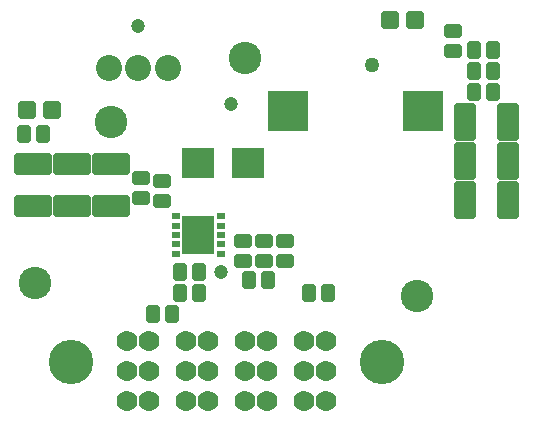
<source format=gts>
G04*
G04 #@! TF.GenerationSoftware,Altium Limited,Altium Designer,21.6.4 (81)*
G04*
G04 Layer_Color=8388736*
%FSLAX25Y25*%
%MOIN*%
G70*
G04*
G04 #@! TF.SameCoordinates,FE6B2B4F-3443-4407-9834-7DAE5A72E9B6*
G04*
G04*
G04 #@! TF.FilePolarity,Negative*
G04*
G01*
G75*
G04:AMPARAMS|DCode=28|XSize=70.99mil|YSize=126.11mil|CornerRadius=8.72mil|HoleSize=0mil|Usage=FLASHONLY|Rotation=180.000|XOffset=0mil|YOffset=0mil|HoleType=Round|Shape=RoundedRectangle|*
%AMROUNDEDRECTD28*
21,1,0.07099,0.10866,0,0,180.0*
21,1,0.05354,0.12611,0,0,180.0*
1,1,0.01745,-0.02677,0.05433*
1,1,0.01745,0.02677,0.05433*
1,1,0.01745,0.02677,-0.05433*
1,1,0.01745,-0.02677,-0.05433*
%
%ADD28ROUNDEDRECTD28*%
G04:AMPARAMS|DCode=29|XSize=63.12mil|YSize=43.43mil|CornerRadius=6.66mil|HoleSize=0mil|Usage=FLASHONLY|Rotation=270.000|XOffset=0mil|YOffset=0mil|HoleType=Round|Shape=RoundedRectangle|*
%AMROUNDEDRECTD29*
21,1,0.06312,0.03012,0,0,270.0*
21,1,0.04980,0.04343,0,0,270.0*
1,1,0.01332,-0.01506,-0.02490*
1,1,0.01332,-0.01506,0.02490*
1,1,0.01332,0.01506,0.02490*
1,1,0.01332,0.01506,-0.02490*
%
%ADD29ROUNDEDRECTD29*%
G04:AMPARAMS|DCode=30|XSize=63.12mil|YSize=43.43mil|CornerRadius=6.66mil|HoleSize=0mil|Usage=FLASHONLY|Rotation=0.000|XOffset=0mil|YOffset=0mil|HoleType=Round|Shape=RoundedRectangle|*
%AMROUNDEDRECTD30*
21,1,0.06312,0.03012,0,0,0.0*
21,1,0.04980,0.04343,0,0,0.0*
1,1,0.01332,0.02490,-0.01506*
1,1,0.01332,-0.02490,-0.01506*
1,1,0.01332,-0.02490,0.01506*
1,1,0.01332,0.02490,0.01506*
%
%ADD30ROUNDEDRECTD30*%
%ADD31C,0.04737*%
%ADD32R,0.13792X0.13300*%
G04:AMPARAMS|DCode=33|XSize=59.18mil|YSize=59.18mil|CornerRadius=9.12mil|HoleSize=0mil|Usage=FLASHONLY|Rotation=180.000|XOffset=0mil|YOffset=0mil|HoleType=Round|Shape=RoundedRectangle|*
%AMROUNDEDRECTD33*
21,1,0.05918,0.04095,0,0,180.0*
21,1,0.04095,0.05918,0,0,180.0*
1,1,0.01824,-0.02047,0.02047*
1,1,0.01824,0.02047,0.02047*
1,1,0.01824,0.02047,-0.02047*
1,1,0.01824,-0.02047,-0.02047*
%
%ADD33ROUNDEDRECTD33*%
%ADD34R,0.11036X0.12611*%
%ADD35R,0.03162X0.01981*%
%ADD36R,0.10642X0.09855*%
G04:AMPARAMS|DCode=37|XSize=70.99mil|YSize=126.11mil|CornerRadius=8.72mil|HoleSize=0mil|Usage=FLASHONLY|Rotation=270.000|XOffset=0mil|YOffset=0mil|HoleType=Round|Shape=RoundedRectangle|*
%AMROUNDEDRECTD37*
21,1,0.07099,0.10866,0,0,270.0*
21,1,0.05354,0.12611,0,0,270.0*
1,1,0.01745,-0.05433,-0.02677*
1,1,0.01745,-0.05433,0.02677*
1,1,0.01745,0.05433,0.02677*
1,1,0.01745,0.05433,-0.02677*
%
%ADD37ROUNDEDRECTD37*%
%ADD38C,0.08674*%
%ADD39C,0.14816*%
%ADD40C,0.06942*%
%ADD41C,0.10800*%
%ADD42C,0.05000*%
D28*
X190087Y88000D02*
D03*
X175913D02*
D03*
X190087Y101000D02*
D03*
X175913D02*
D03*
Y75000D02*
D03*
X190087D02*
D03*
D29*
X78248Y37000D02*
D03*
X71752D02*
D03*
X178752Y111000D02*
D03*
X185248D02*
D03*
Y118000D02*
D03*
X178752D02*
D03*
X130348Y44000D02*
D03*
X123852D02*
D03*
X103752Y48500D02*
D03*
X110248D02*
D03*
X87248Y44000D02*
D03*
X80752D02*
D03*
X28752Y97000D02*
D03*
X35248D02*
D03*
X87248Y51000D02*
D03*
X80752D02*
D03*
X185248Y125000D02*
D03*
X178752D02*
D03*
D30*
X68000Y82248D02*
D03*
Y75752D02*
D03*
X172000Y131248D02*
D03*
Y124752D02*
D03*
X109000Y61248D02*
D03*
Y54752D02*
D03*
X102000Y61248D02*
D03*
Y54752D02*
D03*
X75000Y81248D02*
D03*
Y74752D02*
D03*
X116000Y61248D02*
D03*
Y54752D02*
D03*
D31*
X98000Y107000D02*
D03*
X94500Y51000D02*
D03*
X67000Y133100D02*
D03*
D32*
X117000Y104900D02*
D03*
X162000D02*
D03*
D33*
X159134Y135000D02*
D03*
X150866D02*
D03*
X38134Y105000D02*
D03*
X29866D02*
D03*
D34*
X86900Y63400D02*
D03*
D35*
X79420Y69699D02*
D03*
Y66550D02*
D03*
Y63400D02*
D03*
Y60250D02*
D03*
Y57101D02*
D03*
X94380Y69699D02*
D03*
Y66550D02*
D03*
Y63400D02*
D03*
Y60250D02*
D03*
Y57101D02*
D03*
D36*
X103665Y87500D02*
D03*
X86735D02*
D03*
D37*
X32000Y72913D02*
D03*
Y87087D02*
D03*
X45000Y72913D02*
D03*
Y87087D02*
D03*
X58000Y72913D02*
D03*
Y87087D02*
D03*
D38*
X57157Y119000D02*
D03*
X67000D02*
D03*
X76842D02*
D03*
D39*
X148138Y21213D02*
D03*
X44674D02*
D03*
D40*
X70579Y8220D02*
D03*
X63178D02*
D03*
X70579Y18221D02*
D03*
X63178D02*
D03*
X70579Y28220D02*
D03*
X63178D02*
D03*
X129634Y8220D02*
D03*
X122233D02*
D03*
X129634Y18221D02*
D03*
X122233D02*
D03*
X129634Y28220D02*
D03*
X122233D02*
D03*
X109949Y8220D02*
D03*
X102548D02*
D03*
X109949Y18221D02*
D03*
X102548D02*
D03*
X109949Y28220D02*
D03*
X102548D02*
D03*
X90264Y8220D02*
D03*
X82863D02*
D03*
X90264Y18221D02*
D03*
X82863D02*
D03*
X90264Y28220D02*
D03*
X82863D02*
D03*
D41*
X102500Y122500D02*
D03*
X58000Y101000D02*
D03*
X160000Y43100D02*
D03*
X32500Y47500D02*
D03*
D42*
X145000Y120000D02*
D03*
M02*

</source>
